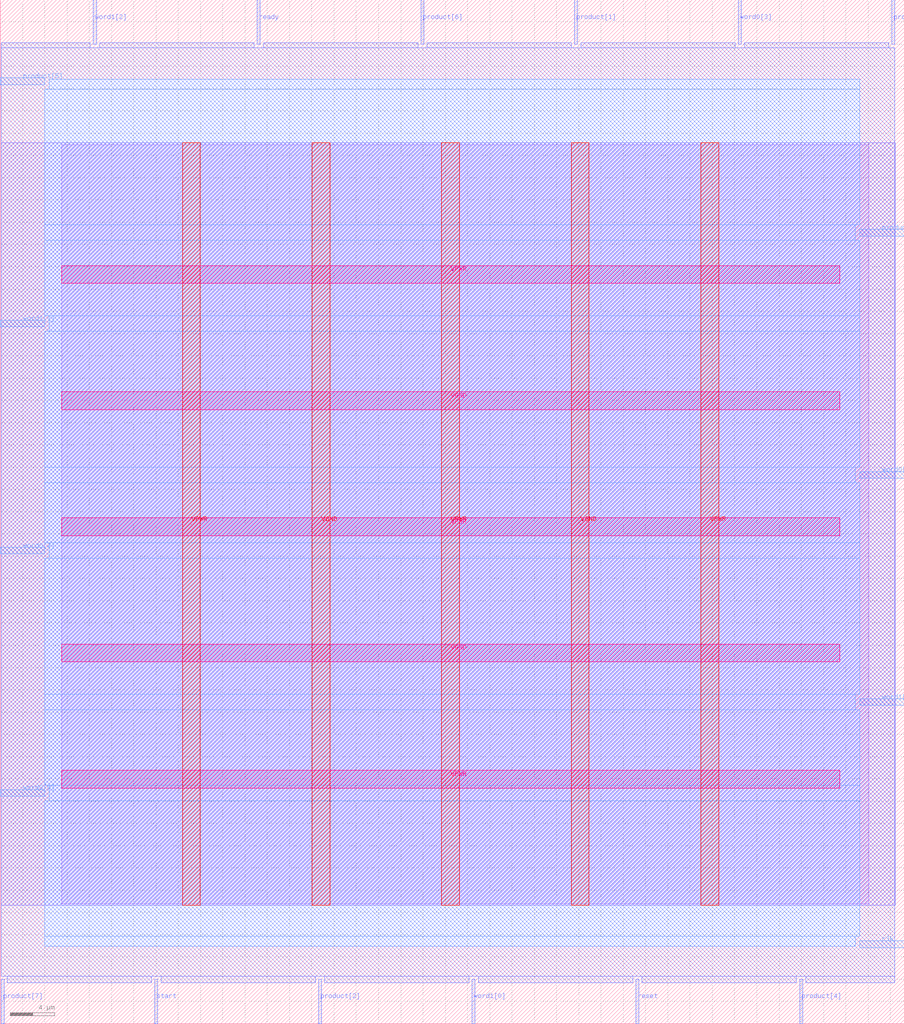
<source format=lef>
VERSION 5.7 ;
  NOWIREEXTENSIONATPIN ON ;
  DIVIDERCHAR "/" ;
  BUSBITCHARS "[]" ;
MACRO asmd_multiplier
  CLASS BLOCK ;
  FOREIGN asmd_multiplier ;
  ORIGIN 0.000 0.000 ;
  SIZE 81.250 BY 91.970 ;
  PIN VGND
    DIRECTION INPUT ;
    USE GROUND ;
    PORT
      LAYER met5 ;
        RECT 5.520 32.505 75.440 34.105 ;
    END
    PORT
      LAYER met5 ;
        RECT 5.520 55.170 75.440 56.770 ;
    END
    PORT
      LAYER met4 ;
        RECT 28.025 10.640 29.625 79.120 ;
    END
    PORT
      LAYER met4 ;
        RECT 51.330 10.640 52.930 79.120 ;
    END
  END VGND
  PIN VPWR
    DIRECTION INPUT ;
    USE POWER ;
    PORT
      LAYER met5 ;
        RECT 5.520 21.175 75.440 22.775 ;
    END
    PORT
      LAYER met5 ;
        RECT 5.520 43.840 75.440 45.440 ;
    END
    PORT
      LAYER met5 ;
        RECT 5.520 66.505 75.440 68.105 ;
    END
    PORT
      LAYER met4 ;
        RECT 16.375 10.640 17.975 79.120 ;
    END
    PORT
      LAYER met4 ;
        RECT 39.680 10.640 41.280 79.120 ;
    END
    PORT
      LAYER met4 ;
        RECT 62.985 10.640 64.585 79.120 ;
    END
  END VPWR
  PIN clk
    DIRECTION INPUT ;
    USE SIGNAL ;
    PORT
      LAYER met3 ;
        RECT 77.250 6.840 81.250 7.440 ;
    END
  END clk
  PIN product[0]
    DIRECTION OUTPUT TRISTATE ;
    USE SIGNAL ;
    PORT
      LAYER met2 ;
        RECT 80.130 87.970 80.410 91.970 ;
    END
  END product[0]
  PIN product[1]
    DIRECTION OUTPUT TRISTATE ;
    USE SIGNAL ;
    PORT
      LAYER met2 ;
        RECT 51.610 87.970 51.890 91.970 ;
    END
  END product[1]
  PIN product[2]
    DIRECTION OUTPUT TRISTATE ;
    USE SIGNAL ;
    PORT
      LAYER met2 ;
        RECT 28.610 0.000 28.890 4.000 ;
    END
  END product[2]
  PIN product[3]
    DIRECTION OUTPUT TRISTATE ;
    USE SIGNAL ;
    PORT
      LAYER met3 ;
        RECT 77.250 70.760 81.250 71.360 ;
    END
  END product[3]
  PIN product[4]
    DIRECTION OUTPUT TRISTATE ;
    USE SIGNAL ;
    PORT
      LAYER met2 ;
        RECT 71.850 0.000 72.130 4.000 ;
    END
  END product[4]
  PIN product[5]
    DIRECTION OUTPUT TRISTATE ;
    USE SIGNAL ;
    PORT
      LAYER met3 ;
        RECT 0.000 84.360 4.000 84.960 ;
    END
  END product[5]
  PIN product[6]
    DIRECTION OUTPUT TRISTATE ;
    USE SIGNAL ;
    PORT
      LAYER met2 ;
        RECT 37.810 87.970 38.090 91.970 ;
    END
  END product[6]
  PIN product[7]
    DIRECTION OUTPUT TRISTATE ;
    USE SIGNAL ;
    PORT
      LAYER met2 ;
        RECT 0.090 0.000 0.370 4.000 ;
    END
  END product[7]
  PIN ready
    DIRECTION OUTPUT TRISTATE ;
    USE SIGNAL ;
    PORT
      LAYER met2 ;
        RECT 23.090 87.970 23.370 91.970 ;
    END
  END ready
  PIN reset
    DIRECTION INPUT ;
    USE SIGNAL ;
    PORT
      LAYER met2 ;
        RECT 57.130 0.000 57.410 4.000 ;
    END
  END reset
  PIN start
    DIRECTION INPUT ;
    USE SIGNAL ;
    PORT
      LAYER met2 ;
        RECT 13.890 0.000 14.170 4.000 ;
    END
  END start
  PIN word0[0]
    DIRECTION INPUT ;
    USE SIGNAL ;
    PORT
      LAYER met3 ;
        RECT 0.000 20.440 4.000 21.040 ;
    END
  END word0[0]
  PIN word0[1]
    DIRECTION INPUT ;
    USE SIGNAL ;
    PORT
      LAYER met3 ;
        RECT 77.250 49.000 81.250 49.600 ;
    END
  END word0[1]
  PIN word0[2]
    DIRECTION INPUT ;
    USE SIGNAL ;
    PORT
      LAYER met3 ;
        RECT 0.000 42.200 4.000 42.800 ;
    END
  END word0[2]
  PIN word0[3]
    DIRECTION INPUT ;
    USE SIGNAL ;
    PORT
      LAYER met2 ;
        RECT 66.330 87.970 66.610 91.970 ;
    END
  END word0[3]
  PIN word1[0]
    DIRECTION INPUT ;
    USE SIGNAL ;
    PORT
      LAYER met2 ;
        RECT 42.410 0.000 42.690 4.000 ;
    END
  END word1[0]
  PIN word1[1]
    DIRECTION INPUT ;
    USE SIGNAL ;
    PORT
      LAYER met3 ;
        RECT 0.000 62.600 4.000 63.200 ;
    END
  END word1[1]
  PIN word1[2]
    DIRECTION INPUT ;
    USE SIGNAL ;
    PORT
      LAYER met2 ;
        RECT 8.370 87.970 8.650 91.970 ;
    END
  END word1[2]
  PIN word1[3]
    DIRECTION INPUT ;
    USE SIGNAL ;
    PORT
      LAYER met3 ;
        RECT 77.250 28.600 81.250 29.200 ;
    END
  END word1[3]
  OBS
      LAYER li1 ;
        RECT 5.520 10.795 78.055 78.965 ;
      LAYER met1 ;
        RECT 0.070 10.640 80.430 79.120 ;
      LAYER met2 ;
        RECT 0.100 87.690 8.090 88.130 ;
        RECT 8.930 87.690 22.810 88.130 ;
        RECT 23.650 87.690 37.530 88.130 ;
        RECT 38.370 87.690 51.330 88.130 ;
        RECT 52.170 87.690 66.050 88.130 ;
        RECT 66.890 87.690 79.850 88.130 ;
        RECT 0.100 4.280 80.400 87.690 ;
        RECT 0.650 3.670 13.610 4.280 ;
        RECT 14.450 3.670 28.330 4.280 ;
        RECT 29.170 3.670 42.130 4.280 ;
        RECT 42.970 3.670 56.850 4.280 ;
        RECT 57.690 3.670 71.570 4.280 ;
        RECT 72.410 3.670 80.400 4.280 ;
      LAYER met3 ;
        RECT 4.400 83.960 77.250 84.825 ;
        RECT 4.000 71.760 77.250 83.960 ;
        RECT 4.000 70.360 76.850 71.760 ;
        RECT 4.000 63.600 77.250 70.360 ;
        RECT 4.400 62.200 77.250 63.600 ;
        RECT 4.000 50.000 77.250 62.200 ;
        RECT 4.000 48.600 76.850 50.000 ;
        RECT 4.000 43.200 77.250 48.600 ;
        RECT 4.400 41.800 77.250 43.200 ;
        RECT 4.000 29.600 77.250 41.800 ;
        RECT 4.000 28.200 76.850 29.600 ;
        RECT 4.000 21.440 77.250 28.200 ;
        RECT 4.400 20.040 77.250 21.440 ;
        RECT 4.000 7.840 77.250 20.040 ;
        RECT 4.000 6.975 76.850 7.840 ;
  END
END asmd_multiplier
END LIBRARY


</source>
